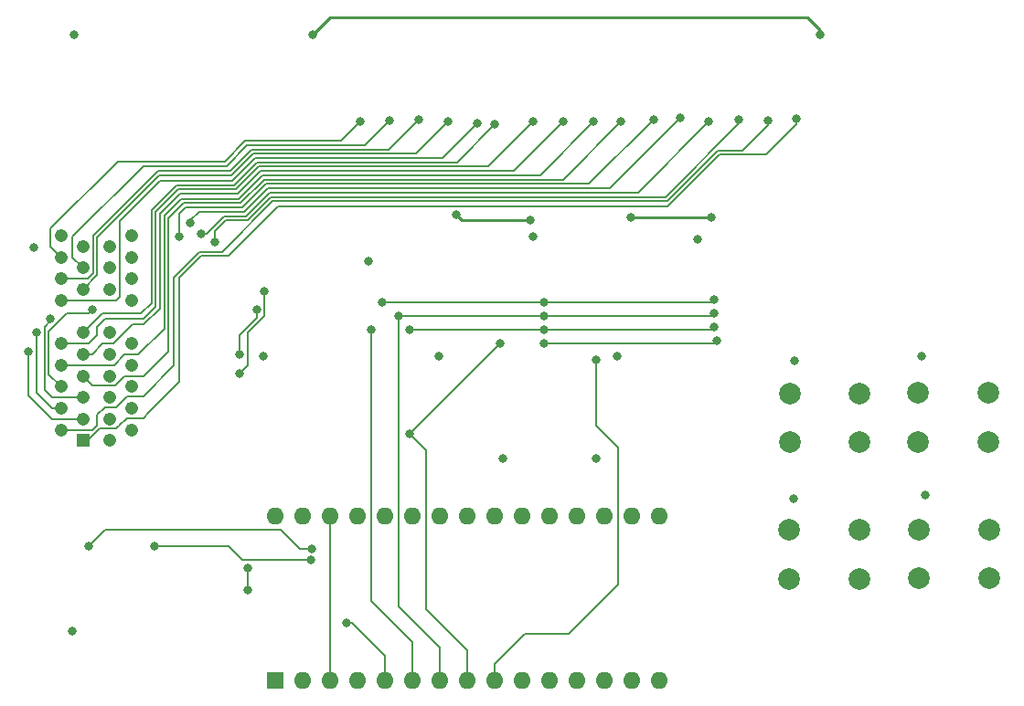
<source format=gbr>
%TF.GenerationSoftware,KiCad,Pcbnew,(6.0.0-0)*%
%TF.CreationDate,2022-01-13T01:42:20-05:00*%
%TF.ProjectId,ROM-Cartridge-programmer,524f4d2d-4361-4727-9472-696467652d70,rev?*%
%TF.SameCoordinates,Original*%
%TF.FileFunction,Copper,L4,Bot*%
%TF.FilePolarity,Positive*%
%FSLAX46Y46*%
G04 Gerber Fmt 4.6, Leading zero omitted, Abs format (unit mm)*
G04 Created by KiCad (PCBNEW (6.0.0-0)) date 2022-01-13 01:42:20*
%MOMM*%
%LPD*%
G01*
G04 APERTURE LIST*
%TA.AperFunction,ComponentPad*%
%ADD10C,2.000000*%
%TD*%
%TA.AperFunction,ComponentPad*%
%ADD11R,1.600000X1.600000*%
%TD*%
%TA.AperFunction,ComponentPad*%
%ADD12O,1.600000X1.600000*%
%TD*%
%TA.AperFunction,ComponentPad*%
%ADD13R,1.208000X1.208000*%
%TD*%
%TA.AperFunction,ComponentPad*%
%ADD14C,1.208000*%
%TD*%
%TA.AperFunction,ViaPad*%
%ADD15C,0.800000*%
%TD*%
%TA.AperFunction,Conductor*%
%ADD16C,0.200000*%
%TD*%
%TA.AperFunction,Conductor*%
%ADD17C,0.250000*%
%TD*%
G04 APERTURE END LIST*
D10*
%TO.P,SW1,1,1*%
%TO.N,/TEST*%
X186436000Y-108784000D03*
X179936000Y-108784000D03*
%TO.P,SW1,2,2*%
%TO.N,VCC*%
X179936000Y-113284000D03*
X186436000Y-113284000D03*
%TD*%
D11*
%TO.P,A1,1,TX1*%
%TO.N,unconnected-(A1-Pad1)*%
X132334000Y-135372000D03*
D12*
%TO.P,A1,2,RX1*%
%TO.N,unconnected-(A1-Pad2)*%
X134874000Y-135372000D03*
%TO.P,A1,3,~{RESET}*%
%TO.N,Net-(A1-Pad28)*%
X137414000Y-135372000D03*
%TO.P,A1,4,GND*%
%TO.N,GND*%
X139954000Y-135372000D03*
%TO.P,A1,5,D2*%
%TO.N,/DATA*%
X142494000Y-135372000D03*
%TO.P,A1,6,D3*%
%TO.N,/CLOCK*%
X145034000Y-135372000D03*
%TO.P,A1,7,D4*%
%TO.N,/LATCH*%
X147574000Y-135372000D03*
%TO.P,A1,8,D5*%
%TO.N,/~{RESET}*%
X150114000Y-135372000D03*
%TO.P,A1,9,D6*%
%TO.N,/~{SR_OE}*%
X152654000Y-135372000D03*
%TO.P,A1,10,D7*%
%TO.N,/TEST*%
X155194000Y-135372000D03*
%TO.P,A1,11,D8*%
%TO.N,/PROM*%
X157734000Y-135372000D03*
%TO.P,A1,12,D9*%
%TO.N,/PRAM*%
X160274000Y-135372000D03*
%TO.P,A1,13,D10*%
%TO.N,/PROG*%
X162814000Y-135372000D03*
%TO.P,A1,14,MOSI*%
%TO.N,unconnected-(A1-Pad14)*%
X165354000Y-135372000D03*
%TO.P,A1,15,MISO*%
%TO.N,unconnected-(A1-Pad15)*%
X167894000Y-135372000D03*
%TO.P,A1,16,SCK*%
%TO.N,unconnected-(A1-Pad16)*%
X167894000Y-120132000D03*
%TO.P,A1,17,3V3*%
%TO.N,unconnected-(A1-Pad17)*%
X165354000Y-120132000D03*
%TO.P,A1,18,AREF*%
%TO.N,unconnected-(A1-Pad18)*%
X162814000Y-120132000D03*
%TO.P,A1,19,A0*%
%TO.N,/~{WRITE}*%
X160274000Y-120132000D03*
%TO.P,A1,20,A1*%
%TO.N,/~{READ}*%
X157734000Y-120132000D03*
%TO.P,A1,21,A2*%
%TO.N,/~{EN}*%
X155194000Y-120132000D03*
%TO.P,A1,22,A3*%
%TO.N,unconnected-(A1-Pad22)*%
X152654000Y-120132000D03*
%TO.P,A1,23,SDA/A4*%
%TO.N,unconnected-(A1-Pad23)*%
X150114000Y-120132000D03*
%TO.P,A1,24,SCL/A5*%
%TO.N,unconnected-(A1-Pad24)*%
X147574000Y-120132000D03*
%TO.P,A1,25,A6*%
%TO.N,unconnected-(A1-Pad25)*%
X145034000Y-120132000D03*
%TO.P,A1,26,A7*%
%TO.N,unconnected-(A1-Pad26)*%
X142494000Y-120132000D03*
%TO.P,A1,27,+5V*%
%TO.N,VCC*%
X139954000Y-120132000D03*
%TO.P,A1,28,~{RESET}*%
%TO.N,Net-(A1-Pad28)*%
X137414000Y-120132000D03*
%TO.P,A1,29,GND*%
%TO.N,GND*%
X134874000Y-120132000D03*
%TO.P,A1,30,VIN*%
%TO.N,unconnected-(A1-Pad30)*%
X132334000Y-120132000D03*
%TD*%
D10*
%TO.P,SW3,1,1*%
%TO.N,/PRAM*%
X179890000Y-121430000D03*
X186390000Y-121430000D03*
%TO.P,SW3,2,2*%
%TO.N,VCC*%
X179890000Y-125930000D03*
X186390000Y-125930000D03*
%TD*%
D13*
%TO.P,J1,A01,A01*%
%TO.N,/A0*%
X114486000Y-113132000D03*
D14*
%TO.P,J1,A02,A02*%
%TO.N,/A1*%
X112486000Y-112132000D03*
%TO.P,J1,A03,A03*%
%TO.N,/A2*%
X114486000Y-111132000D03*
%TO.P,J1,A04,A04*%
%TO.N,/A3*%
X112486000Y-110132000D03*
%TO.P,J1,A05,A05*%
%TO.N,/A4*%
X114486000Y-109132000D03*
%TO.P,J1,A06,A06*%
%TO.N,/A5*%
X112486000Y-108132000D03*
%TO.P,J1,A07,A07*%
%TO.N,/A6*%
X114486000Y-107132000D03*
%TO.P,J1,A08,A08*%
%TO.N,/A7*%
X112486000Y-106132000D03*
%TO.P,J1,A09,A09*%
%TO.N,/A8*%
X114486000Y-105132000D03*
%TO.P,J1,A10,A10*%
%TO.N,/A9*%
X112486000Y-104132000D03*
%TO.P,J1,A11,A11*%
%TO.N,/A10*%
X114486000Y-103132000D03*
%TO.P,J1,A12,A12*%
%TO.N,/A11*%
X112486000Y-100132000D03*
%TO.P,J1,A13,A13*%
%TO.N,/A12*%
X114486000Y-99132000D03*
%TO.P,J1,A14,A14*%
%TO.N,/A13*%
X112486000Y-98132000D03*
%TO.P,J1,A15,A15*%
%TO.N,/A14*%
X114486000Y-97132000D03*
%TO.P,J1,A16,A16*%
%TO.N,/A15*%
X112486000Y-96132000D03*
%TO.P,J1,A17,A17*%
%TO.N,unconnected-(J1-PadA17)*%
X114486000Y-95132000D03*
%TO.P,J1,A18,A18*%
%TO.N,unconnected-(J1-PadA18)*%
X112486000Y-94132000D03*
%TO.P,J1,B01,B01*%
%TO.N,/D0*%
X116986000Y-113132000D03*
%TO.P,J1,B02,B02*%
%TO.N,/D1*%
X118986000Y-112132000D03*
%TO.P,J1,B03,B03*%
%TO.N,/D2*%
X116986000Y-111132000D03*
%TO.P,J1,B04,B04*%
%TO.N,/D3*%
X118986000Y-110132000D03*
%TO.P,J1,B05,B05*%
%TO.N,/D4*%
X116986000Y-109132000D03*
%TO.P,J1,B06,B06*%
%TO.N,/D5*%
X118986000Y-108132000D03*
%TO.P,J1,B07,B07*%
%TO.N,/D6*%
X116986000Y-107132000D03*
%TO.P,J1,B08,B08*%
%TO.N,/D7*%
X118986000Y-106132000D03*
%TO.P,J1,B09,B09*%
%TO.N,unconnected-(J1-PadB09)*%
X116986000Y-105132000D03*
%TO.P,J1,B10,B10*%
%TO.N,unconnected-(J1-PadB10)*%
X118986000Y-104132000D03*
%TO.P,J1,B11,B11*%
%TO.N,unconnected-(J1-PadB11)*%
X116986000Y-103132000D03*
%TO.P,J1,B12,B12*%
%TO.N,unconnected-(J1-PadB12)*%
X118986000Y-100132000D03*
%TO.P,J1,B13,B13*%
%TO.N,unconnected-(J1-PadB13)*%
X116986000Y-99132000D03*
%TO.P,J1,B14,B14*%
%TO.N,/~{WE}*%
X118986000Y-98132000D03*
%TO.P,J1,B15,B15*%
%TO.N,/~{READ}*%
X116986000Y-97132000D03*
%TO.P,J1,B16,B16*%
%TO.N,/~{EN}*%
X118986000Y-96132000D03*
%TO.P,J1,B17,B17*%
%TO.N,GND*%
X116986000Y-95132000D03*
%TO.P,J1,B18,B18*%
%TO.N,VCC*%
X118986000Y-94132000D03*
%TD*%
D10*
%TO.P,SW4,1,1*%
%TO.N,/PROG*%
X191926000Y-121358000D03*
X198426000Y-121358000D03*
%TO.P,SW4,2,2*%
%TO.N,VCC*%
X198426000Y-125858000D03*
X191926000Y-125858000D03*
%TD*%
%TO.P,SW2,1,1*%
%TO.N,/PROM*%
X198328000Y-108730000D03*
X191828000Y-108730000D03*
%TO.P,SW2,2,2*%
%TO.N,VCC*%
X198328000Y-113230000D03*
X191828000Y-113230000D03*
%TD*%
D15*
%TO.N,/A14*%
X142900400Y-83464400D03*
%TO.N,/A12*%
X148336000Y-83566000D03*
%TO.N,/A7*%
X161798000Y-83566000D03*
X165229876Y-92456000D03*
X172720000Y-92456000D03*
%TO.N,/A6*%
X164338000Y-83566000D03*
%TO.N,/A5*%
X115326900Y-101008989D03*
X167353520Y-83344480D03*
X123444000Y-94234000D03*
%TO.N,/A4*%
X169824400Y-83210400D03*
X111506000Y-101854000D03*
X124460000Y-92964000D03*
%TO.N,/A3*%
X110236000Y-103124000D03*
X172466000Y-83566000D03*
X125476000Y-93980000D03*
%TO.N,/A2*%
X175209200Y-83362800D03*
X126746000Y-94742000D03*
X109474000Y-104902000D03*
%TO.N,/A1*%
X177901600Y-83464400D03*
%TO.N,/A0*%
X180594000Y-83312000D03*
%TO.N,GND*%
X153416000Y-114808000D03*
X135739500Y-75541500D03*
X192186000Y-105302000D03*
X163957000Y-105283000D03*
X180378000Y-105694000D03*
X180272000Y-118508000D03*
X109982000Y-95250000D03*
X147447000Y-105283000D03*
X113688500Y-75541500D03*
X131191000Y-105283000D03*
X182776500Y-75541500D03*
X113538000Y-130810000D03*
X192520000Y-118182000D03*
%TO.N,/D5*%
X131318000Y-99314000D03*
X129032000Y-106934000D03*
%TO.N,/D6*%
X129032000Y-105156000D03*
X130618500Y-101026519D03*
%TO.N,/A10*%
X152654000Y-83820000D03*
%TO.N,/~{READ}*%
X135636000Y-124206000D03*
X121158000Y-122936000D03*
%TO.N,/A11*%
X150977600Y-83718400D03*
%TO.N,/A9*%
X156210000Y-83566000D03*
%TO.N,/A8*%
X159004000Y-83566000D03*
%TO.N,/A13*%
X145592800Y-83362800D03*
%TO.N,VCC*%
X162052000Y-114808000D03*
X156210000Y-94234000D03*
X171450000Y-94488000D03*
X140970000Y-96520000D03*
%TO.N,/~{EN}*%
X115062000Y-122936000D03*
X135660503Y-123206798D03*
%TO.N,/A15*%
X149098000Y-92202000D03*
X140208000Y-83566000D03*
X155956000Y-92710000D03*
%TO.N,/DATA*%
X138938000Y-130048000D03*
X129794000Y-124968000D03*
X129794000Y-127000000D03*
%TO.N,/CLOCK*%
X157226000Y-102870000D03*
X144780000Y-102870000D03*
X172974000Y-102616000D03*
X141224000Y-102870000D03*
%TO.N,/LATCH*%
X143764000Y-101600000D03*
X172974000Y-101346000D03*
X157226000Y-101600000D03*
%TO.N,/~{RESET}*%
X144780000Y-112522000D03*
X157226000Y-104140000D03*
X173228000Y-103886000D03*
X153162000Y-104140000D03*
%TO.N,/~{SR_OE}*%
X162052000Y-105664000D03*
X172974000Y-100076000D03*
X157226000Y-100330000D03*
X142240000Y-100330000D03*
%TD*%
D16*
%TO.N,/A14*%
X129710642Y-85738352D02*
X140626448Y-85738352D01*
X120102735Y-87669265D02*
X127779729Y-87669265D01*
X140626448Y-85738352D02*
X142900400Y-83464400D01*
X113538000Y-96184000D02*
X113538000Y-94234000D01*
X113538000Y-94234000D02*
X120102735Y-87669265D01*
X114486000Y-97132000D02*
X113538000Y-96184000D01*
X127779729Y-87669265D02*
X129710642Y-85738352D01*
%TO.N,/A12*%
X115824000Y-97794000D02*
X115824000Y-94290994D01*
X132576449Y-86537380D02*
X145364630Y-86537370D01*
X115824000Y-94290994D02*
X121540461Y-88574533D01*
X114486000Y-99132000D02*
X115824000Y-97794000D01*
X121540461Y-88574533D02*
X128222546Y-88574533D01*
X128222546Y-88574533D02*
X130259698Y-86537380D01*
X130259698Y-86537380D02*
X132576449Y-86537380D01*
X145364630Y-86537370D02*
X148336000Y-83566000D01*
%TO.N,/A7*%
X156829066Y-88534934D02*
X161798000Y-83566000D01*
D17*
X165229876Y-92456000D02*
X172720000Y-92456000D01*
D16*
X122028489Y-102761511D02*
X122028489Y-92290522D01*
X117388000Y-106132000D02*
X118364000Y-105156000D01*
X131087109Y-88534934D02*
X156829066Y-88534934D01*
X112486000Y-106132000D02*
X117388000Y-106132000D01*
X122028489Y-92290522D02*
X123606566Y-90712445D01*
X119634000Y-105156000D02*
X122028489Y-102761511D01*
X128909597Y-90712445D02*
X131087109Y-88534934D01*
X118364000Y-105156000D02*
X119634000Y-105156000D01*
X123606566Y-90712445D02*
X128909597Y-90712445D01*
%TO.N,/A6*%
X129075078Y-91111956D02*
X131252582Y-88934452D01*
X115389511Y-108035511D02*
X117516489Y-108035511D01*
X123855063Y-91111957D02*
X129075078Y-91111956D01*
X122428000Y-92539020D02*
X123855063Y-91111957D01*
X151957426Y-88934452D02*
X151957429Y-88934455D01*
X131252582Y-88934452D02*
X151957426Y-88934452D01*
X118364000Y-107188000D02*
X120142000Y-107188000D01*
X114486000Y-107132000D02*
X115389511Y-108035511D01*
X117516489Y-108035511D02*
X118364000Y-107188000D01*
X120142000Y-107188000D02*
X122428000Y-104902000D01*
X158969545Y-88934455D02*
X164338000Y-83566000D01*
X122428000Y-104902000D02*
X122428000Y-92539020D01*
X151957429Y-88934455D02*
X158969545Y-88934455D01*
%TO.N,/A5*%
X113030000Y-101346000D02*
X114989889Y-101346000D01*
X151130009Y-89333956D02*
X151130016Y-89333963D01*
X151130016Y-89333963D02*
X161364037Y-89333963D01*
X123444000Y-94234000D02*
X123444000Y-92088013D01*
X114989889Y-101346000D02*
X115326900Y-101008989D01*
X112486000Y-108132000D02*
X111335012Y-106981012D01*
X129240560Y-91511468D02*
X131418072Y-89333956D01*
X131418072Y-89333956D02*
X151130009Y-89333956D01*
X123444000Y-92088013D02*
X124020545Y-91511468D01*
X111335012Y-103040988D02*
X113030000Y-101346000D01*
X111335012Y-106981012D02*
X111335012Y-103040988D01*
X161364037Y-89333963D02*
X167353520Y-83344480D01*
X124020545Y-91511468D02*
X129240560Y-91511468D01*
%TO.N,/A4*%
X124460000Y-92710000D02*
X125259022Y-91910978D01*
X149086446Y-89733466D02*
X149086448Y-89733468D01*
X110935501Y-108395501D02*
X110935501Y-102580256D01*
X129406042Y-91910978D02*
X131583554Y-89733466D01*
X111506000Y-102009757D02*
X111506000Y-101854000D01*
X151295489Y-89733471D02*
X163301329Y-89733471D01*
X151295486Y-89733468D02*
X151295489Y-89733471D01*
X163301329Y-89733471D02*
X169824400Y-83210400D01*
X131583554Y-89733466D02*
X149086446Y-89733466D01*
X111672000Y-109132000D02*
X110935501Y-108395501D01*
X149086448Y-89733468D02*
X151295486Y-89733468D01*
X124460000Y-92964000D02*
X124460000Y-92710000D01*
X110935501Y-102580256D02*
X111506000Y-102009757D01*
X125259022Y-91910978D02*
X129406042Y-91910978D01*
X114486000Y-109132000D02*
X111672000Y-109132000D01*
%TO.N,/A3*%
X112486000Y-110132000D02*
X111656000Y-110132000D01*
X110236000Y-105156000D02*
X110236000Y-103124000D01*
X129571524Y-92310489D02*
X131749037Y-90132978D01*
X111656000Y-110132000D02*
X110236000Y-108712000D01*
X110236000Y-108712000D02*
X110236000Y-105156000D01*
X165899021Y-90132979D02*
X172466000Y-83566000D01*
X125476000Y-93980000D02*
X125927006Y-93980000D01*
X127596518Y-92310489D02*
X129571524Y-92310489D01*
X125927006Y-93980000D02*
X127596518Y-92310489D01*
X131749037Y-90132978D02*
X132410967Y-90132979D01*
X132410967Y-90132979D02*
X165899021Y-90132979D01*
%TO.N,/A2*%
X126746000Y-93726000D02*
X127762000Y-92710000D01*
X114486000Y-111132000D02*
X111640000Y-111132000D01*
X175209200Y-83756812D02*
X175209200Y-83362800D01*
X129737006Y-92710000D02*
X131914518Y-90532489D01*
X126746000Y-94742000D02*
X126746000Y-93726000D01*
X168433523Y-90532489D02*
X175209200Y-83756812D01*
X127762000Y-92710000D02*
X129737006Y-92710000D01*
X109474000Y-108966000D02*
X109474000Y-104902000D01*
X131914518Y-90532489D02*
X168433523Y-90532489D01*
X111640000Y-111132000D02*
X109474000Y-108966000D01*
%TO.N,/A1*%
X175602517Y-86214489D02*
X177901600Y-83915406D01*
X115395006Y-112132000D02*
X115824000Y-111703006D01*
X116532489Y-110035511D02*
X117548489Y-110035511D01*
X115824000Y-111703006D02*
X115824000Y-110744000D01*
X117548489Y-110035511D02*
X118548489Y-109035511D01*
X122936000Y-106172000D02*
X122936000Y-97987006D01*
X168599006Y-90932000D02*
X173316517Y-86214489D01*
X173316517Y-86214489D02*
X175602517Y-86214489D01*
X122936000Y-97987006D02*
X125310517Y-95612489D01*
X127399511Y-95612489D02*
X132080000Y-90932000D01*
X118548489Y-109035511D02*
X120072489Y-109035511D01*
X132080000Y-90932000D02*
X168599006Y-90932000D01*
X112486000Y-112132000D02*
X115395006Y-112132000D01*
X120072489Y-109035511D02*
X122936000Y-106172000D01*
X125310517Y-95612489D02*
X127399511Y-95612489D01*
X177901600Y-83915406D02*
X177901600Y-83464400D01*
X115824000Y-110744000D02*
X116532489Y-110035511D01*
%TO.N,/A0*%
X180594000Y-83820000D02*
X180594000Y-83312000D01*
X180340000Y-84074000D02*
X180594000Y-83820000D01*
X168656000Y-91440000D02*
X171196000Y-88900000D01*
X176276000Y-86614000D02*
X177800000Y-86614000D01*
X114960000Y-113132000D02*
X115824000Y-112268000D01*
X173482000Y-86614000D02*
X176276000Y-86614000D01*
X117856000Y-111760000D02*
X118580489Y-111035511D01*
X118580489Y-111035511D02*
X120104489Y-111035511D01*
X177800000Y-86614000D02*
X180340000Y-84074000D01*
X141478000Y-91440000D02*
X168656000Y-91440000D01*
X132334000Y-91694000D02*
X132588000Y-91440000D01*
X115824000Y-112268000D02*
X116056489Y-112035511D01*
X116056489Y-112035511D02*
X117580489Y-112035511D01*
X120650000Y-110490000D02*
X123444000Y-107696000D01*
X114486000Y-113132000D02*
X114960000Y-113132000D01*
X120104489Y-111035511D02*
X120650000Y-110490000D01*
X123444000Y-105156000D02*
X123444000Y-98044000D01*
X128016000Y-96012000D02*
X132334000Y-91694000D01*
X171196000Y-88900000D02*
X173482000Y-86614000D01*
X125476000Y-96012000D02*
X128016000Y-96012000D01*
X132588000Y-91440000D02*
X141478000Y-91440000D01*
X123444000Y-98044000D02*
X124968000Y-96520000D01*
X117580489Y-112035511D02*
X117856000Y-111760000D01*
X124968000Y-96520000D02*
X125476000Y-96012000D01*
X123444000Y-107696000D02*
X123444000Y-105156000D01*
D17*
%TO.N,GND*%
X182776500Y-75080500D02*
X181610000Y-73914000D01*
X182776500Y-75541500D02*
X182776500Y-75080500D01*
X181610000Y-73914000D02*
X137367000Y-73914000D01*
X137367000Y-73914000D02*
X135739500Y-75541500D01*
D16*
%TO.N,/D5*%
X130048000Y-102870000D02*
X131318000Y-101600000D01*
X129032000Y-106934000D02*
X129794000Y-106172000D01*
X129794000Y-105156000D02*
X129794000Y-103124000D01*
X129794000Y-106172000D02*
X129794000Y-105156000D01*
X131318000Y-101092000D02*
X131318000Y-99314000D01*
X131318000Y-101600000D02*
X131318000Y-101092000D01*
X129794000Y-103124000D02*
X130048000Y-102870000D01*
%TO.N,/D6*%
X130618500Y-101734506D02*
X130618500Y-101026519D01*
X129032000Y-103321006D02*
X130618500Y-101734506D01*
X129032000Y-105156000D02*
X129032000Y-103321006D01*
%TO.N,/A10*%
X120829956Y-91794074D02*
X123181587Y-89442445D01*
X149137599Y-87336401D02*
X152654000Y-83820000D01*
X120829956Y-100404044D02*
X120829956Y-91794074D01*
X128484618Y-89442445D02*
X130590664Y-87336401D01*
X130590664Y-87336401D02*
X149137599Y-87336401D01*
X123181587Y-89442445D02*
X128484618Y-89442445D01*
X119888000Y-101346000D02*
X120829956Y-100404044D01*
X114486000Y-103132000D02*
X116272000Y-101346000D01*
X116272000Y-101346000D02*
X119888000Y-101346000D01*
%TO.N,/~{READ}*%
X129032000Y-123952000D02*
X129286000Y-124206000D01*
X128016000Y-122936000D02*
X129032000Y-123952000D01*
X129286000Y-124206000D02*
X134620000Y-124206000D01*
X121158000Y-122936000D02*
X128016000Y-122936000D01*
X134620000Y-124206000D02*
X135636000Y-124206000D01*
%TO.N,/A11*%
X147759120Y-86936880D02*
X150977600Y-83718400D01*
X112486000Y-100132000D02*
X117546000Y-100132000D01*
X117546000Y-100132000D02*
X117889511Y-99788489D01*
X128319137Y-89042934D02*
X130425180Y-86936891D01*
X132741931Y-86936891D02*
X147759120Y-86936880D01*
X121637054Y-89042934D02*
X128319137Y-89042934D01*
X117889511Y-99788489D02*
X117889511Y-92790477D01*
X130425180Y-86936891D02*
X132741931Y-86936891D01*
X117889511Y-92790477D02*
X121637054Y-89042934D01*
%TO.N,/A9*%
X115824000Y-103378000D02*
X115824000Y-102616000D01*
X115062000Y-104140000D02*
X115824000Y-103378000D01*
X114554000Y-104140000D02*
X115062000Y-104140000D01*
X130756145Y-87735912D02*
X152040088Y-87735912D01*
X123347069Y-89841956D02*
X128650100Y-89841956D01*
X121229469Y-91959554D02*
X123347069Y-89841956D01*
X112486000Y-104132000D02*
X114546000Y-104132000D01*
X115824000Y-102616000D02*
X116586000Y-101854000D01*
X128650100Y-89841956D02*
X130756145Y-87735912D01*
X121229467Y-100709539D02*
X121229469Y-91959554D01*
X152040088Y-87735912D02*
X156210000Y-83566000D01*
X116586000Y-101854000D02*
X120085006Y-101854000D01*
X114546000Y-104132000D02*
X114554000Y-104140000D01*
X120085006Y-101854000D02*
X121229467Y-100709539D01*
%TO.N,/A8*%
X121628979Y-92125038D02*
X123512551Y-90241467D01*
X120142000Y-102362000D02*
X121628978Y-100875021D01*
X115340184Y-105132000D02*
X116332184Y-104140000D01*
X121628978Y-100875021D02*
X121628979Y-92125038D01*
X130921627Y-88135423D02*
X154434577Y-88135423D01*
X116332184Y-104140000D02*
X117348000Y-104140000D01*
X119126000Y-102362000D02*
X120142000Y-102362000D01*
X154434577Y-88135423D02*
X159004000Y-83566000D01*
X128815583Y-90241467D02*
X130921627Y-88135423D01*
X117348000Y-104140000D02*
X119126000Y-102362000D01*
X123512551Y-90241467D02*
X128815583Y-90241467D01*
X114486000Y-105132000D02*
X115340184Y-105132000D01*
%TO.N,/A13*%
X130094223Y-86137861D02*
X142817739Y-86137861D01*
X121461251Y-88088749D02*
X128143335Y-88088749D01*
X112486000Y-98132000D02*
X114917006Y-98132000D01*
X142817739Y-86137861D02*
X145592800Y-83362800D01*
X128143335Y-88088749D02*
X130094223Y-86137861D01*
X115424489Y-97624517D02*
X115424489Y-94125511D01*
X114917006Y-98132000D02*
X115424489Y-97624517D01*
X115424489Y-94125511D02*
X121461251Y-88088749D01*
%TO.N,/~{EN}*%
X134610043Y-123206798D02*
X135660503Y-123206798D01*
X116586000Y-121412000D02*
X132815245Y-121412000D01*
X132815245Y-121412000D02*
X134610043Y-123206798D01*
X115062000Y-122936000D02*
X116586000Y-121412000D01*
D17*
%TO.N,/A15*%
X155956000Y-92710000D02*
X149606000Y-92710000D01*
D16*
X112486000Y-96132000D02*
X111506000Y-95152000D01*
X111506000Y-93472000D02*
X117708245Y-87269755D01*
X127614245Y-87269755D02*
X129545157Y-85338843D01*
X129545157Y-85338843D02*
X138435157Y-85338843D01*
D17*
X149606000Y-92710000D02*
X149098000Y-92202000D01*
D16*
X111506000Y-95152000D02*
X111506000Y-93472000D01*
X138435157Y-85338843D02*
X140208000Y-83566000D01*
X117708245Y-87269755D02*
X127614245Y-87269755D01*
%TO.N,Net-(A1-Pad28)*%
X137414000Y-120132000D02*
X137414000Y-135372000D01*
%TO.N,/DATA*%
X142494000Y-135372000D02*
X142494000Y-133096000D01*
X139446000Y-130048000D02*
X138938000Y-130048000D01*
X129794000Y-124968000D02*
X129794000Y-127000000D01*
X142494000Y-133096000D02*
X139446000Y-130048000D01*
%TO.N,/CLOCK*%
X144780000Y-102870000D02*
X157226000Y-102870000D01*
X145034000Y-135372000D02*
X145034000Y-131826000D01*
X145034000Y-131826000D02*
X141224000Y-128016000D01*
X172720000Y-102870000D02*
X172974000Y-102616000D01*
X157226000Y-102870000D02*
X172720000Y-102870000D01*
X141224000Y-128016000D02*
X141224000Y-102870000D01*
%TO.N,/LATCH*%
X147574000Y-135372000D02*
X147574000Y-132334000D01*
X143764000Y-101600000D02*
X157226000Y-101600000D01*
X147574000Y-132334000D02*
X143764000Y-128524000D01*
X172974000Y-101346000D02*
X172720000Y-101600000D01*
X172720000Y-101600000D02*
X157226000Y-101600000D01*
X143764000Y-128524000D02*
X143764000Y-101600000D01*
%TO.N,/~{RESET}*%
X146304000Y-128778000D02*
X146304000Y-121412000D01*
X146304000Y-121412000D02*
X146304000Y-114046000D01*
X144780000Y-112522000D02*
X153162000Y-104140000D01*
X157226000Y-104140000D02*
X172974000Y-104140000D01*
X150114000Y-135372000D02*
X150114000Y-132588000D01*
X147828000Y-130302000D02*
X146304000Y-128778000D01*
X146304000Y-114046000D02*
X144780000Y-112522000D01*
X150114000Y-132588000D02*
X147828000Y-130302000D01*
X172974000Y-104140000D02*
X173228000Y-103886000D01*
%TO.N,/~{SR_OE}*%
X157226000Y-100330000D02*
X142240000Y-100330000D01*
X155448000Y-131064000D02*
X152654000Y-133858000D01*
X172720000Y-100330000D02*
X172974000Y-100076000D01*
X164084000Y-126492000D02*
X159512000Y-131064000D01*
X162052000Y-105664000D02*
X162052000Y-111760000D01*
X164084000Y-113792000D02*
X164084000Y-126492000D01*
X152654000Y-133858000D02*
X152654000Y-135372000D01*
X157226000Y-100330000D02*
X172720000Y-100330000D01*
X159512000Y-131064000D02*
X155448000Y-131064000D01*
X162052000Y-111760000D02*
X164084000Y-113792000D01*
%TD*%
M02*

</source>
